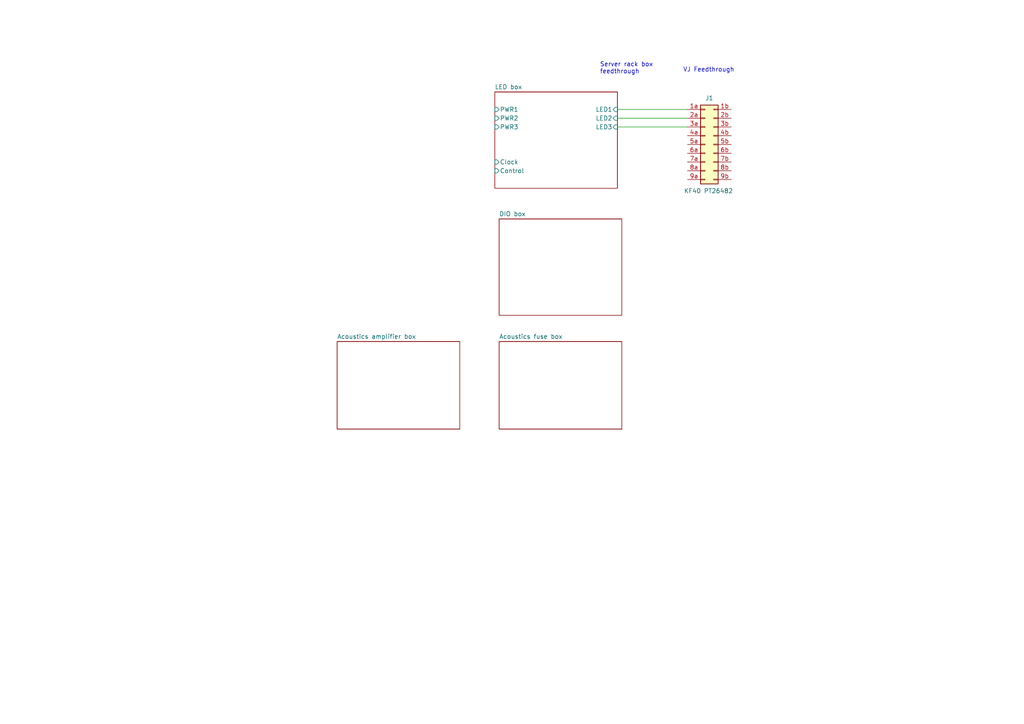
<source format=kicad_sch>
(kicad_sch
	(version 20231120)
	(generator "eeschema")
	(generator_version "8.0")
	(uuid "33b0be37-4aa5-415a-8914-5441d29c7862")
	(paper "A4")
	(title_block
		(title "Instrumentation wiring drawing")
		(date "2024-06-21")
		(rev "v0")
		(company "SBC")
		(comment 1 "Zhiheng Sheng")
	)
	(lib_symbols
		(symbol "Connector_Generic:Conn_02x09_Row_Letter_Last"
			(pin_names
				(offset 1.016) hide)
			(exclude_from_sim no)
			(in_bom yes)
			(on_board yes)
			(property "Reference" "J"
				(at 1.27 12.7 0)
				(effects
					(font
						(size 1.27 1.27)
					)
				)
			)
			(property "Value" "Conn_02x09_Row_Letter_Last"
				(at 1.27 -12.7 0)
				(effects
					(font
						(size 1.27 1.27)
					)
				)
			)
			(property "Footprint" ""
				(at 0 0 0)
				(effects
					(font
						(size 1.27 1.27)
					)
					(hide yes)
				)
			)
			(property "Datasheet" "~"
				(at 0 0 0)
				(effects
					(font
						(size 1.27 1.27)
					)
					(hide yes)
				)
			)
			(property "Description" "Generic connector, double row, 02x09, row letter last pin numbering scheme (pin number consists of a letter for the row and a number for the pin index in this row. 1a, ..., Na; 1b, ..., Nb)), script generated (kicad-library-utils/schlib/autogen/connector/)"
				(at 0 0 0)
				(effects
					(font
						(size 1.27 1.27)
					)
					(hide yes)
				)
			)
			(property "ki_keywords" "connector"
				(at 0 0 0)
				(effects
					(font
						(size 1.27 1.27)
					)
					(hide yes)
				)
			)
			(property "ki_fp_filters" "Connector*:*_2x??_*"
				(at 0 0 0)
				(effects
					(font
						(size 1.27 1.27)
					)
					(hide yes)
				)
			)
			(symbol "Conn_02x09_Row_Letter_Last_1_1"
				(rectangle
					(start -1.27 -10.033)
					(end 0 -10.287)
					(stroke
						(width 0.1524)
						(type default)
					)
					(fill
						(type none)
					)
				)
				(rectangle
					(start -1.27 -7.493)
					(end 0 -7.747)
					(stroke
						(width 0.1524)
						(type default)
					)
					(fill
						(type none)
					)
				)
				(rectangle
					(start -1.27 -4.953)
					(end 0 -5.207)
					(stroke
						(width 0.1524)
						(type default)
					)
					(fill
						(type none)
					)
				)
				(rectangle
					(start -1.27 -2.413)
					(end 0 -2.667)
					(stroke
						(width 0.1524)
						(type default)
					)
					(fill
						(type none)
					)
				)
				(rectangle
					(start -1.27 0.127)
					(end 0 -0.127)
					(stroke
						(width 0.1524)
						(type default)
					)
					(fill
						(type none)
					)
				)
				(rectangle
					(start -1.27 2.667)
					(end 0 2.413)
					(stroke
						(width 0.1524)
						(type default)
					)
					(fill
						(type none)
					)
				)
				(rectangle
					(start -1.27 5.207)
					(end 0 4.953)
					(stroke
						(width 0.1524)
						(type default)
					)
					(fill
						(type none)
					)
				)
				(rectangle
					(start -1.27 7.747)
					(end 0 7.493)
					(stroke
						(width 0.1524)
						(type default)
					)
					(fill
						(type none)
					)
				)
				(rectangle
					(start -1.27 10.287)
					(end 0 10.033)
					(stroke
						(width 0.1524)
						(type default)
					)
					(fill
						(type none)
					)
				)
				(rectangle
					(start -1.27 11.43)
					(end 3.81 -11.43)
					(stroke
						(width 0.254)
						(type default)
					)
					(fill
						(type background)
					)
				)
				(rectangle
					(start 3.81 -10.033)
					(end 2.54 -10.287)
					(stroke
						(width 0.1524)
						(type default)
					)
					(fill
						(type none)
					)
				)
				(rectangle
					(start 3.81 -7.493)
					(end 2.54 -7.747)
					(stroke
						(width 0.1524)
						(type default)
					)
					(fill
						(type none)
					)
				)
				(rectangle
					(start 3.81 -4.953)
					(end 2.54 -5.207)
					(stroke
						(width 0.1524)
						(type default)
					)
					(fill
						(type none)
					)
				)
				(rectangle
					(start 3.81 -2.413)
					(end 2.54 -2.667)
					(stroke
						(width 0.1524)
						(type default)
					)
					(fill
						(type none)
					)
				)
				(rectangle
					(start 3.81 0.127)
					(end 2.54 -0.127)
					(stroke
						(width 0.1524)
						(type default)
					)
					(fill
						(type none)
					)
				)
				(rectangle
					(start 3.81 2.667)
					(end 2.54 2.413)
					(stroke
						(width 0.1524)
						(type default)
					)
					(fill
						(type none)
					)
				)
				(rectangle
					(start 3.81 5.207)
					(end 2.54 4.953)
					(stroke
						(width 0.1524)
						(type default)
					)
					(fill
						(type none)
					)
				)
				(rectangle
					(start 3.81 7.747)
					(end 2.54 7.493)
					(stroke
						(width 0.1524)
						(type default)
					)
					(fill
						(type none)
					)
				)
				(rectangle
					(start 3.81 10.287)
					(end 2.54 10.033)
					(stroke
						(width 0.1524)
						(type default)
					)
					(fill
						(type none)
					)
				)
				(pin passive line
					(at -5.08 10.16 0)
					(length 3.81)
					(name "Pin_1a"
						(effects
							(font
								(size 1.27 1.27)
							)
						)
					)
					(number "1a"
						(effects
							(font
								(size 1.27 1.27)
							)
						)
					)
				)
				(pin passive line
					(at 7.62 10.16 180)
					(length 3.81)
					(name "Pin_1b"
						(effects
							(font
								(size 1.27 1.27)
							)
						)
					)
					(number "1b"
						(effects
							(font
								(size 1.27 1.27)
							)
						)
					)
				)
				(pin passive line
					(at -5.08 7.62 0)
					(length 3.81)
					(name "Pin_2a"
						(effects
							(font
								(size 1.27 1.27)
							)
						)
					)
					(number "2a"
						(effects
							(font
								(size 1.27 1.27)
							)
						)
					)
				)
				(pin passive line
					(at 7.62 7.62 180)
					(length 3.81)
					(name "Pin_2b"
						(effects
							(font
								(size 1.27 1.27)
							)
						)
					)
					(number "2b"
						(effects
							(font
								(size 1.27 1.27)
							)
						)
					)
				)
				(pin passive line
					(at -5.08 5.08 0)
					(length 3.81)
					(name "Pin_3a"
						(effects
							(font
								(size 1.27 1.27)
							)
						)
					)
					(number "3a"
						(effects
							(font
								(size 1.27 1.27)
							)
						)
					)
				)
				(pin passive line
					(at 7.62 5.08 180)
					(length 3.81)
					(name "Pin_3b"
						(effects
							(font
								(size 1.27 1.27)
							)
						)
					)
					(number "3b"
						(effects
							(font
								(size 1.27 1.27)
							)
						)
					)
				)
				(pin passive line
					(at -5.08 2.54 0)
					(length 3.81)
					(name "Pin_4a"
						(effects
							(font
								(size 1.27 1.27)
							)
						)
					)
					(number "4a"
						(effects
							(font
								(size 1.27 1.27)
							)
						)
					)
				)
				(pin passive line
					(at 7.62 2.54 180)
					(length 3.81)
					(name "Pin_4b"
						(effects
							(font
								(size 1.27 1.27)
							)
						)
					)
					(number "4b"
						(effects
							(font
								(size 1.27 1.27)
							)
						)
					)
				)
				(pin passive line
					(at -5.08 0 0)
					(length 3.81)
					(name "Pin_5a"
						(effects
							(font
								(size 1.27 1.27)
							)
						)
					)
					(number "5a"
						(effects
							(font
								(size 1.27 1.27)
							)
						)
					)
				)
				(pin passive line
					(at 7.62 0 180)
					(length 3.81)
					(name "Pin_5b"
						(effects
							(font
								(size 1.27 1.27)
							)
						)
					)
					(number "5b"
						(effects
							(font
								(size 1.27 1.27)
							)
						)
					)
				)
				(pin passive line
					(at -5.08 -2.54 0)
					(length 3.81)
					(name "Pin_6a"
						(effects
							(font
								(size 1.27 1.27)
							)
						)
					)
					(number "6a"
						(effects
							(font
								(size 1.27 1.27)
							)
						)
					)
				)
				(pin passive line
					(at 7.62 -2.54 180)
					(length 3.81)
					(name "Pin_6b"
						(effects
							(font
								(size 1.27 1.27)
							)
						)
					)
					(number "6b"
						(effects
							(font
								(size 1.27 1.27)
							)
						)
					)
				)
				(pin passive line
					(at -5.08 -5.08 0)
					(length 3.81)
					(name "Pin_7a"
						(effects
							(font
								(size 1.27 1.27)
							)
						)
					)
					(number "7a"
						(effects
							(font
								(size 1.27 1.27)
							)
						)
					)
				)
				(pin passive line
					(at 7.62 -5.08 180)
					(length 3.81)
					(name "Pin_7b"
						(effects
							(font
								(size 1.27 1.27)
							)
						)
					)
					(number "7b"
						(effects
							(font
								(size 1.27 1.27)
							)
						)
					)
				)
				(pin passive line
					(at -5.08 -7.62 0)
					(length 3.81)
					(name "Pin_8a"
						(effects
							(font
								(size 1.27 1.27)
							)
						)
					)
					(number "8a"
						(effects
							(font
								(size 1.27 1.27)
							)
						)
					)
				)
				(pin passive line
					(at 7.62 -7.62 180)
					(length 3.81)
					(name "Pin_8b"
						(effects
							(font
								(size 1.27 1.27)
							)
						)
					)
					(number "8b"
						(effects
							(font
								(size 1.27 1.27)
							)
						)
					)
				)
				(pin passive line
					(at -5.08 -10.16 0)
					(length 3.81)
					(name "Pin_9a"
						(effects
							(font
								(size 1.27 1.27)
							)
						)
					)
					(number "9a"
						(effects
							(font
								(size 1.27 1.27)
							)
						)
					)
				)
				(pin passive line
					(at 7.62 -10.16 180)
					(length 3.81)
					(name "Pin_9b"
						(effects
							(font
								(size 1.27 1.27)
							)
						)
					)
					(number "9b"
						(effects
							(font
								(size 1.27 1.27)
							)
						)
					)
				)
			)
		)
	)
	(wire
		(pts
			(xy 179.07 31.75) (xy 199.39 31.75)
		)
		(stroke
			(width 0)
			(type default)
		)
		(uuid "9a4613ba-fed9-4e12-8f33-3139fe093de3")
	)
	(wire
		(pts
			(xy 179.07 36.83) (xy 199.39 36.83)
		)
		(stroke
			(width 0)
			(type default)
		)
		(uuid "a8f07409-44a6-4c50-9922-9a7d83812248")
	)
	(wire
		(pts
			(xy 179.07 34.29) (xy 199.39 34.29)
		)
		(stroke
			(width 0)
			(type default)
		)
		(uuid "cfa3e194-b18e-4c0c-971b-af1ce54fc6f6")
	)
	(text "VJ Feedthrough"
		(exclude_from_sim no)
		(at 198.12 21.082 0)
		(effects
			(font
				(size 1.27 1.27)
			)
			(justify left bottom)
		)
		(uuid "d7da3813-20a9-445e-ab8a-9d1efe431ce7")
	)
	(text "Server rack box \nfeedthrough"
		(exclude_from_sim no)
		(at 173.99 21.59 0)
		(effects
			(font
				(size 1.27 1.27)
			)
			(justify left bottom)
		)
		(uuid "ec0d06cf-8e53-456b-93c5-f58c9ef1b265")
	)
	(symbol
		(lib_id "Connector_Generic:Conn_02x09_Row_Letter_Last")
		(at 204.47 41.91 0)
		(unit 1)
		(exclude_from_sim no)
		(in_bom yes)
		(on_board yes)
		(dnp no)
		(uuid "b29d6864-5467-41f6-8b13-903e0f8fe9ec")
		(property "Reference" "J1"
			(at 205.74 28.448 0)
			(effects
				(font
					(size 1.27 1.27)
				)
			)
		)
		(property "Value" "KF40 PT26482"
			(at 205.486 55.372 0)
			(effects
				(font
					(size 1.27 1.27)
				)
			)
		)
		(property "Footprint" ""
			(at 204.47 41.91 0)
			(effects
				(font
					(size 1.27 1.27)
				)
				(hide yes)
			)
		)
		(property "Datasheet" "~"
			(at 204.47 41.91 0)
			(effects
				(font
					(size 1.27 1.27)
				)
				(hide yes)
			)
		)
		(property "Description" "Generic connector, double row, 02x09, row letter last pin numbering scheme (pin number consists of a letter for the row and a number for the pin index in this row. 1a, ..., Na; 1b, ..., Nb)), script generated (kicad-library-utils/schlib/autogen/connector/)"
			(at 204.47 41.91 0)
			(effects
				(font
					(size 1.27 1.27)
				)
				(hide yes)
			)
		)
		(pin "5a"
			(uuid "0cc91caa-99bc-4b5f-96a7-ecbf5eaf6a1f")
		)
		(pin "6b"
			(uuid "2a9c2ed1-c85a-46be-b8e1-0235b472f420")
		)
		(pin "1b"
			(uuid "549d0343-4dda-48d6-8dcb-d3b88b373483")
		)
		(pin "5b"
			(uuid "1c9cc20a-3305-4755-96be-0725ba027559")
		)
		(pin "4b"
			(uuid "2138ca76-502f-4069-9a36-790a16676cc1")
		)
		(pin "8b"
			(uuid "e08c781d-8f43-466b-92f7-43d96699a07f")
		)
		(pin "9b"
			(uuid "4e21d4e8-74a4-473a-bf39-c7a23398f9a8")
		)
		(pin "9a"
			(uuid "82100718-4a3a-44a4-9c9d-8a3011530bbf")
		)
		(pin "2a"
			(uuid "fe95b2e7-0fff-4d2c-9a87-5d24c49a5ed9")
		)
		(pin "8a"
			(uuid "5b8f2f13-215f-4170-8239-65127f67a078")
		)
		(pin "7a"
			(uuid "3f565cb7-93dc-43d0-bf93-50d59f0de8e2")
		)
		(pin "3b"
			(uuid "437075c9-c45d-4fc4-8655-cf3d51578cf7")
		)
		(pin "3a"
			(uuid "4c159581-73a4-402c-9c3b-43d9dcff8b74")
		)
		(pin "1a"
			(uuid "b51c9147-9096-4a84-8dd1-442dbe3bb067")
		)
		(pin "2b"
			(uuid "10c07894-245a-40aa-8c44-ace7921b1e99")
		)
		(pin "4a"
			(uuid "ddb90a0f-4008-41cf-87b7-3576e46d670d")
		)
		(pin "7b"
			(uuid "46dfabd0-b330-45f8-b146-2c2cc1a4cfd1")
		)
		(pin "6a"
			(uuid "49727758-1cdc-403c-afe7-e6bd378cd57c")
		)
		(instances
			(project ""
				(path "/33b0be37-4aa5-415a-8914-5441d29c7862"
					(reference "J1")
					(unit 1)
				)
			)
		)
	)
	(sheet
		(at 143.51 26.67)
		(size 35.56 27.94)
		(fields_autoplaced yes)
		(stroke
			(width 0.1524)
			(type solid)
		)
		(fill
			(color 0 0 0 0.0000)
		)
		(uuid "133882cd-19c1-4705-b3ad-ec155b8583ca")
		(property "Sheetname" "LED box"
			(at 143.51 25.9584 0)
			(effects
				(font
					(size 1.27 1.27)
				)
				(justify left bottom)
			)
		)
		(property "Sheetfile" "led_box.kicad_sch"
			(at 143.51 55.1946 0)
			(effects
				(font
					(size 1.27 1.27)
				)
				(justify left top)
				(hide yes)
			)
		)
		(pin "LED1" input
			(at 179.07 31.75 0)
			(effects
				(font
					(size 1.27 1.27)
				)
				(justify right)
			)
			(uuid "56dc007f-dcc1-4288-a512-93456ec3302f")
		)
		(pin "LED3" input
			(at 179.07 36.83 0)
			(effects
				(font
					(size 1.27 1.27)
				)
				(justify right)
			)
			(uuid "7abdf938-1196-4844-8ef8-2240da21438e")
		)
		(pin "LED2" input
			(at 179.07 34.29 0)
			(effects
				(font
					(size 1.27 1.27)
				)
				(justify right)
			)
			(uuid "ac9a4ddd-3014-4266-941a-0897530d39b7")
		)
		(pin "PWR2" input
			(at 143.51 34.29 180)
			(effects
				(font
					(size 1.27 1.27)
				)
				(justify left)
			)
			(uuid "d66dc81c-97a2-4645-a53f-53946fdb7f00")
		)
		(pin "PWR3" input
			(at 143.51 36.83 180)
			(effects
				(font
					(size 1.27 1.27)
				)
				(justify left)
			)
			(uuid "b856801e-e9c5-4bcd-bf1c-ff9688bc4b56")
		)
		(pin "PWR1" input
			(at 143.51 31.75 180)
			(effects
				(font
					(size 1.27 1.27)
				)
				(justify left)
			)
			(uuid "7eea2f37-7d0d-49ec-aaa1-04148a86b3f1")
		)
		(pin "Clock" input
			(at 143.51 46.99 180)
			(effects
				(font
					(size 1.27 1.27)
				)
				(justify left)
			)
			(uuid "eaaa1b74-e57d-4623-9bad-2d05eca451aa")
		)
		(pin "Control" input
			(at 143.51 49.53 180)
			(effects
				(font
					(size 1.27 1.27)
				)
				(justify left)
			)
			(uuid "412bcbd4-5999-4df1-b8be-85ecdee3cec6")
		)
		(instances
			(project "instrumentation_wiring"
				(path "/33b0be37-4aa5-415a-8914-5441d29c7862"
					(page "2")
				)
			)
		)
	)
	(sheet
		(at 144.78 99.06)
		(size 35.56 25.4)
		(fields_autoplaced yes)
		(stroke
			(width 0.1524)
			(type solid)
		)
		(fill
			(color 0 0 0 0.0000)
		)
		(uuid "1abd7e3b-1775-402c-9f0f-ba5d7bfc5489")
		(property "Sheetname" "Acoustics fuse box"
			(at 144.78 98.3484 0)
			(effects
				(font
					(size 1.27 1.27)
				)
				(justify left bottom)
			)
		)
		(property "Sheetfile" "acous_fuse_box.kicad_sch"
			(at 144.78 125.0446 0)
			(effects
				(font
					(size 1.27 1.27)
				)
				(justify left top)
				(hide yes)
			)
		)
		(instances
			(project "instrumentation_wiring"
				(path "/33b0be37-4aa5-415a-8914-5441d29c7862"
					(page "4")
				)
			)
		)
	)
	(sheet
		(at 97.79 99.06)
		(size 35.56 25.4)
		(fields_autoplaced yes)
		(stroke
			(width 0.1524)
			(type solid)
		)
		(fill
			(color 0 0 0 0.0000)
		)
		(uuid "93bb29bc-d39c-4aad-a676-0e0add0aeda3")
		(property "Sheetname" "Acoustics amplifier box"
			(at 97.79 98.3484 0)
			(effects
				(font
					(size 1.27 1.27)
				)
				(justify left bottom)
			)
		)
		(property "Sheetfile" "acous_amp_box.kicad_sch"
			(at 97.79 125.0446 0)
			(effects
				(font
					(size 1.27 1.27)
				)
				(justify left top)
				(hide yes)
			)
		)
		(instances
			(project "instrumentation_wiring"
				(path "/33b0be37-4aa5-415a-8914-5441d29c7862"
					(page "5")
				)
			)
		)
	)
	(sheet
		(at 144.78 63.5)
		(size 35.56 27.94)
		(fields_autoplaced yes)
		(stroke
			(width 0.1524)
			(type solid)
		)
		(fill
			(color 0 0 0 0.0000)
		)
		(uuid "c566a0c3-cc88-48aa-b0d2-116ff2ef3d37")
		(property "Sheetname" "DIO box"
			(at 144.78 62.7884 0)
			(effects
				(font
					(size 1.27 1.27)
				)
				(justify left bottom)
			)
		)
		(property "Sheetfile" "dio_box.kicad_sch"
			(at 144.78 92.0246 0)
			(effects
				(font
					(size 1.27 1.27)
				)
				(justify left top)
				(hide yes)
			)
		)
		(instances
			(project "instrumentation_wiring"
				(path "/33b0be37-4aa5-415a-8914-5441d29c7862"
					(page "3")
				)
			)
		)
	)
	(sheet_instances
		(path "/"
			(page "1")
		)
	)
)

</source>
